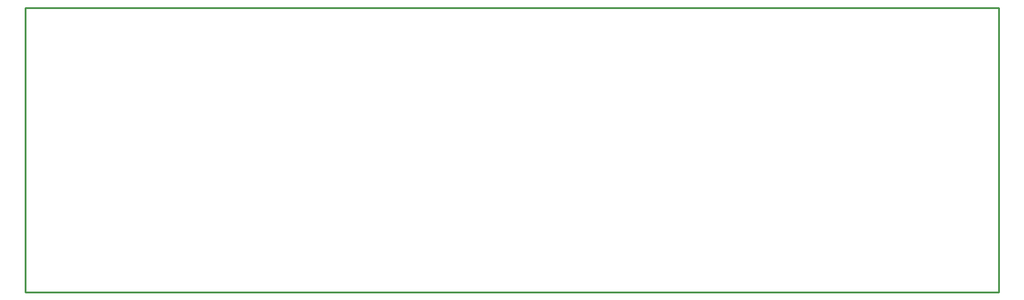
<source format=gbr>
G04 EAGLE Gerber RS-274X export*
G75*
%MOMM*%
%FSLAX34Y34*%
%LPD*%
%IN*%
%IPPOS*%
%AMOC8*
5,1,8,0,0,1.08239X$1,22.5*%
G01*
%ADD10C,0.254000*%


D10*
X-20000Y0D02*
X1350000Y0D01*
X1350000Y400000D01*
X-20000Y400000D01*
X-20000Y0D01*
M02*

</source>
